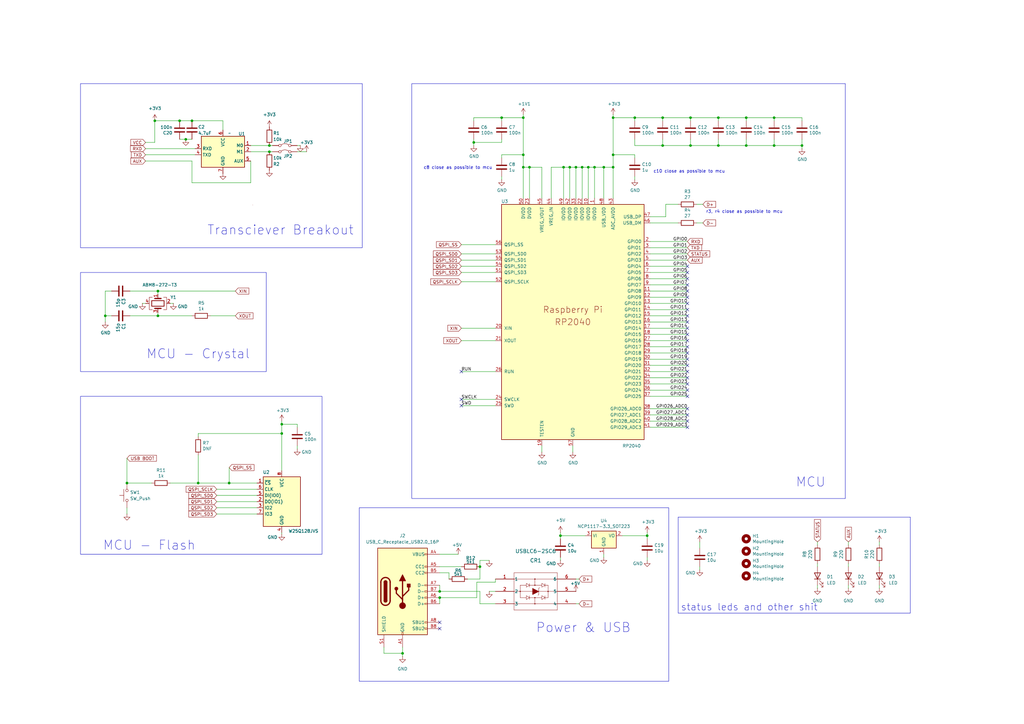
<source format=kicad_sch>
(kicad_sch (version 20250114) (generator "eeschema") (generator_version "9.0")
  (paper "A3")
  (title_block (title "RX Board") (date "2025-06-04") (rev "v1.0") (company "Ottawa Skybound") (comment 1 "Designed by Aryan Zafer"))
  (lib_symbols
    (symbol "Connector:USB_C_Receptacle_USB2.0_16P" (pin_names (offset 1.016))
      (property "Reference" "J" (at 0 22.225 0))
      (property "Value" "USB_C_Receptacle_USB2.0_16P" (at 0 19.685 0))
      (symbol "USB_C_Receptacle_USB2.0_16P_1_1"
        (pin passive line (at -7.62 -22.86 90) (length 5.08) (name "SHIELD") (number "S1"))
        (pin passive line (at 0 -22.86 90) (length 5.08) (name "GND") (number "A1"))
        (pin passive line (at 0 -22.86 90) (length 5.08) (hide yes) (name "GND") (number "A12"))
        (pin passive line (at 0 -22.86 90) (length 5.08) (hide yes) (name "GND") (number "B1"))
        (pin passive line (at 0 -22.86 90) (length 5.08) (hide yes) (name "GND") (number "B12"))
        (pin passive line (at 15.24 15.24 180) (length 5.08) (name "VBUS") (number "A4"))
        (pin passive line (at 15.24 15.24 180) (length 5.08) (hide yes) (name "VBUS") (number "A9"))
        (pin passive line (at 15.24 15.24 180) (length 5.08) (hide yes) (name "VBUS") (number "B4"))
        (pin passive line (at 15.24 15.24 180) (length 5.08) (hide yes) (name "VBUS") (number "B9"))
        (pin bidirectional line (at 15.24 10.16 180) (length 5.08) (name "CC1") (number "A5"))
        (pin bidirectional line (at 15.24 7.62 180) (length 5.08) (name "CC2") (number "B5"))
        (pin bidirectional line (at 15.24 2.54 180) (length 5.08) (name "D-") (number "A7"))
        (pin bidirectional line (at 15.24 0 180) (length 5.08) (name "D-") (number "B7"))
        (pin bidirectional line (at 15.24 -2.54 180) (length 5.08) (name "D+") (number "A6"))
        (pin bidirectional line (at 15.24 -5.08 180) (length 5.08) (name "D+") (number "B6"))
        (pin bidirectional line (at 15.24 -12.7 180) (length 5.08) (name "SBU1") (number "A8"))
        (pin bidirectional line (at 15.24 -15.24 180) (length 5.08) (name "SBU2") (number "B8"))
      )
    )
    (symbol "Device:C" (pin_numbers (hide yes)) (pin_names (offset 0.254))
      (property "Reference" "C" (at 0.635 2.54 0))
      (property "Value" "C" (at 0.635 -2.54 0))
      (symbol "C_1_1"
        (pin passive line (at 0 3.81 270) (length 2.794) (name "~") (number "1"))
        (pin passive line (at 0 -3.81 90) (length 2.794) (name "~") (number "2"))
      )
    )
    (symbol "Device:Crystal_GND24" (pin_names (offset 1.016) (hide yes))
      (property "Reference" "Y" (at 3.175 5.08 0))
      (property "Value" "Crystal_GND24" (at 3.175 3.175 0))
      (symbol "Crystal_GND24_1_1"
        (pin passive line (at -3.81 0 0) (length 1.27) (name "1") (number "1"))
        (pin passive line (at 0 5.08 270) (length 1.27) (name "2") (number "2"))
        (pin passive line (at 0 -5.08 90) (length 1.27) (name "4") (number "4"))
        (pin passive line (at 3.81 0 180) (length 1.27) (name "3") (number "3"))
      )
    )
    (symbol "Device:LED" (pin_numbers (hide yes)) (pin_names (offset 1.016) (hide yes))
      (property "Reference" "D" (at 0 2.54 0))
      (property "Value" "LED" (at 0 -2.54 0))
      (symbol "LED_1_1"
        (pin passive line (at -3.81 0 0) (length 2.54) (name "K") (number "1"))
        (pin passive line (at 3.81 0 180) (length 2.54) (name "A") (number "2"))
      )
    )
    (symbol "Device:R" (pin_numbers (hide yes)) (pin_names (offset 0))
      (property "Reference" "R" (at 2.032 0 90))
      (property "Value" "R" (at 0 0 90))
      (symbol "R_1_1"
        (pin passive line (at 0 3.81 270) (length 1.27) (name "~") (number "1"))
        (pin passive line (at 0 -3.81 90) (length 1.27) (name "~") (number "2"))
      )
    )
    (symbol "Jumper:Jumper_2_Bridged" (pin_numbers (hide yes)) (pin_names (offset 0) (hide yes))
      (property "Reference" "JP" (at 0 1.905 0))
      (property "Value" "Jumper_2_Bridged" (at 0 -2.54 0))
      (symbol "Jumper_2_Bridged_1_1"
        (pin passive line (at -5.08 0 0) (length 2.54) (name "A") (number "1"))
        (pin passive line (at 5.08 0 180) (length 2.54) (name "B") (number "2"))
      )
    )
    (symbol "MCU_RaspberryPi_RP2040:RP2040" (pin_names (offset 1.016))
      (property "Reference" "U" (at -29.21 49.53 0))
      (property "Value" "RP2040" (at 24.13 -49.53 0))
      (symbol "RP2040_0_0"
        (text "Raspberry Pi" (at 0 5.08 0) (effects (font (size 2.54 2.54))))
        (text "RP2040" (at 0 0 0) (effects (font (size 2.54 2.54))))
      )
      (symbol "RP2040_1_1"
        (pin bidirectional line (at -31.75 31.75 0) (length 2.54) (name "QSPI_SS") (number "56"))
        (pin bidirectional line (at -31.75 27.94 0) (length 2.54) (name "QSPI_SD0") (number "53"))
        (pin bidirectional line (at -31.75 25.4 0) (length 2.54) (name "QSPI_SD1") (number "55"))
        (pin bidirectional line (at -31.75 22.86 0) (length 2.54) (name "QSPI_SD2") (number "54"))
        (pin bidirectional line (at -31.75 20.32 0) (length 2.54) (name "QSPI_SD3") (number "51"))
        (pin output line (at -31.75 16.51 0) (length 2.54) (name "QSPI_SCLK") (number "52"))
        (pin input line (at -31.75 -2.54 0) (length 2.54) (name "XIN") (number "20"))
        (pin passive line (at -31.75 -7.62 0) (length 2.54) (name "XOUT") (number "21"))
        (pin input line (at -31.75 -20.32 0) (length 2.54) (name "RUN") (number "26"))
        (pin output line (at -31.75 -31.75 0) (length 2.54) (name "SWCLK") (number "24"))
        (pin bidirectional line (at -31.75 -34.29 0) (length 2.54) (name "SWD") (number "25"))
        (pin power_in line (at -20.32 50.8 270) (length 2.54) (name "DVDD") (number "50"))
        (pin power_in line (at -17.78 50.8 270) (length 2.54) (name "DVDD") (number "23"))
        (pin power_out line (at -12.7 50.8 270) (length 2.54) (name "VREG_VOUT") (number "45"))
        (pin passive line (at -12.7 -50.8 90) (length 2.54) (name "TESTEN") (number "19"))
        (pin power_in line (at -8.89 50.8 270) (length 2.54) (name "VREG_IN") (number "44"))
        (pin power_in line (at -3.81 50.8 270) (length 2.54) (name "IOVDD") (number "49"))
        (pin power_in line (at -1.27 50.8 270) (length 2.54) (name "IOVDD") (number "42"))
        (pin power_in line (at 0 -50.8 90) (length 2.54) (name "GND") (number "57"))
        (pin power_in line (at 1.27 50.8 270) (length 2.54) (name "IOVDD") (number "33"))
        (pin power_in line (at 3.81 50.8 270) (length 2.54) (name "IOVDD") (number "22"))
        (pin power_in line (at 6.35 50.8 270) (length 2.54) (name "IOVDD") (number "10"))
        (pin power_in line (at 8.89 50.8 270) (length 2.54) (name "IOVDD") (number "1"))
        (pin power_in line (at 12.7 50.8 270) (length 2.54) (name "USB_VDD") (number "48"))
        (pin power_in line (at 16.51 50.8 270) (length 2.54) (name "ADC_AVDD") (number "43"))
        (pin bidirectional line (at 31.75 43.18 180) (length 2.54) (name "USB_DP") (number "47"))
        (pin bidirectional line (at 31.75 40.64 180) (length 2.54) (name "USB_DM") (number "46"))
        (pin bidirectional line (at 31.75 33.02 180) (length 2.54) (name "GPIO0") (number "2"))
        (pin bidirectional line (at 31.75 30.48 180) (length 2.54) (name "GPIO1") (number "3"))
        (pin bidirectional line (at 31.75 27.94 180) (length 2.54) (name "GPIO2") (number "4"))
        (pin bidirectional line (at 31.75 25.4 180) (length 2.54) (name "GPIO3") (number "5"))
        (pin bidirectional line (at 31.75 22.86 180) (length 2.54) (name "GPIO4") (number "6"))
        (pin bidirectional line (at 31.75 20.32 180) (length 2.54) (name "GPIO5") (number "7"))
        (pin bidirectional line (at 31.75 17.78 180) (length 2.54) (name "GPIO6") (number "8"))
        (pin bidirectional line (at 31.75 15.24 180) (length 2.54) (name "GPIO7") (number "9"))
        (pin bidirectional line (at 31.75 12.7 180) (length 2.54) (name "GPIO8") (number "11"))
        (pin bidirectional line (at 31.75 10.16 180) (length 2.54) (name "GPIO9") (number "12"))
        (pin bidirectional line (at 31.75 7.62 180) (length 2.54) (name "GPIO10") (number "13"))
        (pin bidirectional line (at 31.75 5.08 180) (length 2.54) (name "GPIO11") (number "14"))
        (pin bidirectional line (at 31.75 2.54 180) (length 2.54) (name "GPIO12") (number "15"))
        (pin bidirectional line (at 31.75 0 180) (length 2.54) (name "GPIO13") (number "16"))
        (pin bidirectional line (at 31.75 -2.54 180) (length 2.54) (name "GPIO14") (number "17"))
        (pin bidirectional line (at 31.75 -5.08 180) (length 2.54) (name "GPIO15") (number "18"))
        (pin bidirectional line (at 31.75 -7.62 180) (length 2.54) (name "GPIO16") (number "27"))
        (pin bidirectional line (at 31.75 -10.16 180) (length 2.54) (name "GPIO17") (number "28"))
        (pin bidirectional line (at 31.75 -12.7 180) (length 2.54) (name "GPIO18") (number "29"))
        (pin bidirectional line (at 31.75 -15.24 180) (length 2.54) (name "GPIO19") (number "30"))
        (pin bidirectional line (at 31.75 -17.78 180) (length 2.54) (name "GPIO20") (number "31"))
        (pin bidirectional line (at 31.75 -20.32 180) (length 2.54) (name "GPIO21") (number "32"))
        (pin bidirectional line (at 31.75 -22.86 180) (length 2.54) (name "GPIO22") (number "34"))
        (pin bidirectional line (at 31.75 -25.4 180) (length 2.54) (name "GPIO23") (number "35"))
        (pin bidirectional line (at 31.75 -27.94 180) (length 2.54) (name "GPIO24") (number "36"))
        (pin bidirectional line (at 31.75 -30.48 180) (length 2.54) (name "GPIO25") (number "37"))
        (pin bidirectional line (at 31.75 -35.56 180) (length 2.54) (name "GPIO26_ADC0") (number "38"))
        (pin bidirectional line (at 31.75 -38.1 180) (length 2.54) (name "GPIO27_ADC1") (number "39"))
        (pin bidirectional line (at 31.75 -40.64 180) (length 2.54) (name "GPIO28_ADC2") (number "40"))
        (pin bidirectional line (at 31.75 -43.18 180) (length 2.54) (name "GPIO29_ADC3") (number "41"))
      )
    )
    (symbol "Mechanical:MountingHole" (pin_names (offset 1.016))
      (property "Reference" "H" (at 0 5.08 0))
      (property "Value" "MountingHole" (at 0 3.175 0))
    )
    (symbol "Memory_Flash:W25Q128JVS"
      (property "Reference" "U" (at -8.89 8.89 0))
      (property "Value" "W25Q128JVS" (at 7.62 8.89 0))
      (symbol "W25Q128JVS_1_1"
        (pin input line (at -10.16 7.62 0) (length 2.54) (name "~{CS}") (number "1"))
        (pin input line (at -10.16 5.08 0) (length 2.54) (name "CLK") (number "6"))
        (pin bidirectional line (at -10.16 2.54 0) (length 2.54) (name "DI(IO0)") (number "5"))
        (pin bidirectional line (at -10.16 0 0) (length 2.54) (name "DO(IO1)") (number "2"))
        (pin bidirectional line (at -10.16 -2.54 0) (length 2.54) (name "IO2") (number "3"))
        (pin bidirectional line (at -10.16 -5.08 0) (length 2.54) (name "IO3") (number "7"))
        (pin power_in line (at 0 12.7 270) (length 2.54) (name "VCC") (number "8"))
        (pin power_in line (at 0 -12.7 90) (length 2.54) (name "GND") (number "4"))
      )
    )
    (symbol "RF_Module:E220-900T22D"
      (property "Reference" "U" (at -9.398 7.366 0))
      (symbol "E220-900T22D_1_1"
        (pin input line (at -12.7 1.27 0) (length 2.54) (name "RXD") (number "3"))
        (pin output line (at -12.7 -1.27 0) (length 2.54) (name "TXD") (number "4"))
        (pin power_in line (at -1.27 8.89 270) (length 2.54) (name "VCC") (number "6"))
        (pin input line (at -1.27 -8.89 90) (length 2.54) (name "GND") (number "7"))
        (pin input line (at 10.16 2.54 180) (length 2.54) (name "M0") (number "1"))
        (pin input line (at 10.16 0 180) (length 2.54) (name "M1") (number "2"))
        (pin output line (at 10.16 -3.81 180) (length 2.54) (name "AUX") (number "5"))
      )
    )
    (symbol "Regulator_Linear:NCP1117-3.3_SOT223"
      (property "Reference" "U" (at -3.81 3.175 0))
      (property "Value" "NCP1117-3.3_SOT223" (at 0 3.175 0))
      (symbol "NCP1117-3.3_SOT223_1_1"
        (pin power_in line (at -7.62 0 0) (length 2.54) (name "VI") (number "3"))
        (pin power_in line (at 0 -7.62 90) (length 2.54) (name "GND") (number "1"))
        (pin power_out line (at 7.62 0 180) (length 2.54) (name "VO") (number "2"))
      )
    )
    (symbol "Switch:SW_Push" (pin_numbers (hide yes)) (pin_names (offset 1.016) (hide yes))
      (property "Reference" "SW" (at 1.27 2.54 0))
      (property "Value" "SW_Push" (at 0 -1.524 0))
      (symbol "SW_Push_0_1"
        (pin passive line (at -5.08 0 0) (length 2.54) (name "1") (number "1"))
        (pin passive line (at 5.08 0 180) (length 2.54) (name "2") (number "2"))
      )
    )
    (symbol "USBLC6_2SC6:USBLC6-2SC6" (pin_names (offset 0.254))
      (property "Reference" "CR" (at 16.51 7.62 0))
      (property "Value" "USBLC6-2SC6" (at 16.51 5.08 0))
      (symbol "USBLC6-2SC6_0_1"
        (pin unspecified line (at 0 0 0) (length 7.62) (name "1") (number "1"))
        (pin unspecified line (at 0 -5.08 0) (length 7.62) (name "2") (number "2"))
        (pin unspecified line (at 0 -10.16 0) (length 7.62) (name "3") (number "3"))
        (pin unspecified line (at 33.02 0 180) (length 7.62) (name "6") (number "6"))
        (pin unspecified line (at 33.02 -5.08 180) (length 7.62) (name "5") (number "5"))
        (pin unspecified line (at 33.02 -10.16 180) (length 7.62) (name "4") (number "4"))
      )
    )
    (symbol "power:+1V1" (power) (pin_names (offset 0))
      (property "Value" "+1V1" (at 0 3.556 0))
      (symbol "+1V1_1_1"
        (pin power_in line (at 0 0 90) (length 0) (hide yes) (name "+1V1") (number "1"))
      )
    )
    (symbol "power:+3V3" (power) (pin_numbers (hide yes)) (pin_names (offset 0) (hide yes))
      (property "Value" "+3V3" (at 0 3.556 0))
      (symbol "+3V3_1_1"
        (pin power_in line (at 0 0 90) (length 0) (name "~") (number "1"))
      )
    )
    (symbol "power:+5V" (power) (pin_numbers (hide yes)) (pin_names (offset 0) (hide yes))
      (property "Value" "+5V" (at 0 3.556 0))
      (symbol "+5V_1_1"
        (pin power_in line (at 0 0 90) (length 0) (name "~") (number "1"))
      )
    )
    (symbol "power:GND" (power) (pin_numbers (hide yes)) (pin_names (offset 0) (hide yes))
      (property "Value" "GND" (at 0 -3.81 0))
      (symbol "GND_1_1"
        (pin power_in line (at 0 0 270) (length 0) (name "~") (number "1"))
      )
    )
  )
  (rectangle (start 33.02 162.56) (end 132.08 227.33))
  (rectangle (start 278.13 212.09) (end 373.38 251.46))
  (rectangle (start 147.32 208.28) (end 274.32 279.4))
  (rectangle (start 33.02 34.29) (end 148.59 101.6))
  (rectangle (start 168.91 34.29) (end 346.71 204.47))
  (rectangle (start 33.02 111.76) (end 109.22 152.4))
  (text "MCU - Flash" (at 61.214 223.774 0) (effects (font (size 3.81 3.81))))
  (text "MCU" (at 332.486 197.866 0) (effects (font (size 3.81 3.81))))
  (text "MCU - Crystal" (at 81.28 145.288 0) (effects (font (size 3.81 3.81))))
  (text "status leds and other shit" (at 307.34 249.174 0) (effects (font (size 2.794 2.794))))
  (text "c8 close as possible to mcu" (at 173.736 69.596 0) (effects (font (size 1.27 1.27)) (justify left bottom)))
  (text "c10 close as possible to mcu" (at 267.97 71.12 0) (effects (font (size 1.27 1.27)) (justify left bottom)))
  (text "Power & USB" (at 239.268 257.556 0) (effects (font (size 3.81 3.81))))
  (text "r3, r4 close as possible to mcu" (at 289.56 87.63 0) (effects (font (size 1.27 1.27)) (justify left bottom)))
  (text "Transciever Breakout" (at 115.062 94.488 0) (effects (font (size 3.81 3.81))))
  (junction (at 294.64 59.69))
  (junction (at 196.85 232.41))
  (junction (at 251.46 68.58))
  (junction (at 328.93 59.69))
  (junction (at 265.43 219.71))
  (junction (at 251.46 48.26))
  (junction (at 110.49 62.23))
  (junction (at 283.21 48.26))
  (junction (at 180.34 245.11))
  (junction (at 110.49 59.69))
  (junction (at 93.98 198.12))
  (junction (at 214.63 68.58))
  (junction (at 241.3 68.58))
  (junction (at 180.34 242.57))
  (junction (at 115.57 177.8))
  (junction (at 306.07 48.26))
  (junction (at 317.5 48.26))
  (junction (at 52.07 198.12))
  (junction (at 229.87 219.71))
  (junction (at 78.74 49.53))
  (junction (at 236.22 68.58))
  (junction (at 231.14 68.58))
  (junction (at 194.31 58.42))
  (junction (at 260.35 48.26))
  (junction (at 317.5 59.69))
  (junction (at 165.1 267.97))
  (junction (at 73.66 49.53))
  (junction (at 43.18 129.54))
  (junction (at 64.77 119.38))
  (junction (at 214.63 63.5))
  (junction (at 306.07 59.69))
  (junction (at 63.5 49.53))
  (junction (at 251.46 63.5))
  (junction (at 76.2 57.15))
  (junction (at 81.28 198.12))
  (junction (at 271.78 59.69))
  (junction (at 214.63 48.26))
  (junction (at 217.17 68.58))
  (junction (at 115.57 173.99))
  (junction (at 205.74 48.26))
  (junction (at 233.68 68.58))
  (junction (at 294.64 48.26))
  (junction (at 64.77 129.54))
  (junction (at 283.21 59.69))
  (junction (at 243.84 68.58))
  (junction (at 271.78 48.26))
  (junction (at 238.76 68.58))
  (junction (at 247.65 68.58))
  (no_connect (at 180.34 257.81))
  (no_connect (at 281.94 114.3))
  (no_connect (at 281.94 170.18))
  (no_connect (at 281.94 172.72))
  (no_connect (at 281.94 149.86))
  (no_connect (at 281.94 167.64))
  (no_connect (at 281.94 154.94))
  (no_connect (at 281.94 111.76))
  (no_connect (at 281.94 119.38))
  (no_connect (at 281.94 160.02))
  (no_connect (at 281.94 139.7))
  (no_connect (at 281.94 127))
  (no_connect (at 281.94 137.16))
  (no_connect (at 281.94 147.32))
  (no_connect (at 281.94 157.48))
  (no_connect (at 281.94 162.56))
  (no_connect (at 281.94 144.78))
  (no_connect (at 281.94 124.46))
  (no_connect (at 189.23 166.37))
  (no_connect (at 281.94 142.24))
  (no_connect (at 180.34 255.27))
  (no_connect (at 281.94 116.84))
  (no_connect (at 189.23 152.4))
  (no_connect (at 189.23 163.83))
  (no_connect (at 281.94 129.54))
  (no_connect (at 281.94 109.22))
  (no_connect (at 281.94 132.08))
  (no_connect (at 281.94 175.26))
  (no_connect (at 281.94 152.4))
  (no_connect (at 281.94 134.62))
  (no_connect (at 281.94 121.92))
  (wire (pts (xy 288.29 83.82) (xy 285.75 83.82)))
  (wire (pts (xy 64.77 120.65) (xy 64.77 119.38)))
  (wire (pts (xy 266.7 106.68) (xy 281.94 106.68)))
  (wire (pts (xy 266.7 144.78) (xy 281.94 144.78)))
  (wire (pts (xy 189.23 111.76) (xy 203.2 111.76)))
  (wire (pts (xy 78.74 74.93) (xy 102.87 74.93)))
  (wire (pts (xy 63.5 49.53) (xy 73.66 49.53)))
  (wire (pts (xy 328.93 59.69) (xy 328.93 60.96)))
  (wire (pts (xy 194.31 49.53) (xy 194.31 48.26)))
  (wire (pts (xy 121.92 175.26) (xy 121.92 173.99)))
  (wire (pts (xy 266.7 109.22) (xy 281.94 109.22)))
  (wire (pts (xy 251.46 63.5) (xy 260.35 63.5)))
  (wire (pts (xy 247.65 68.58) (xy 251.46 68.58)))
  (wire (pts (xy 306.07 59.69) (xy 294.64 59.69)))
  (wire (pts (xy 236.22 237.49) (xy 237.49 237.49)))
  (wire (pts (xy 194.31 57.15) (xy 194.31 58.42)))
  (wire (pts (xy 88.9 200.66) (xy 105.41 200.66)))
  (wire (pts (xy 288.29 91.44) (xy 285.75 91.44)))
  (wire (pts (xy 81.28 186.69) (xy 81.28 198.12)))
  (wire (pts (xy 105.41 208.28) (xy 88.9 208.28)))
  (wire (pts (xy 196.85 242.57) (xy 196.85 247.65)))
  (wire (pts (xy 200.66 242.57) (xy 203.2 242.57)))
  (wire (pts (xy 243.84 68.58) (xy 247.65 68.58)))
  (wire (pts (xy 214.63 46.99) (xy 214.63 48.26)))
  (wire (pts (xy 105.41 203.2) (xy 88.9 203.2)))
  (wire (pts (xy 180.34 232.41) (xy 189.23 232.41)))
  (wire (pts (xy 251.46 48.26) (xy 251.46 63.5)))
  (wire (pts (xy 78.74 66.04) (xy 78.74 74.93)))
  (wire (pts (xy 43.18 129.54) (xy 43.18 132.08)))
  (wire (pts (xy 73.66 57.15) (xy 76.2 57.15)))
  (wire (pts (xy 251.46 46.99) (xy 251.46 48.26)))
  (wire (pts (xy 115.57 219.075) (xy 115.57 218.44)))
  (wire (pts (xy 233.68 81.28) (xy 233.68 68.58)))
  (wire (pts (xy 195.58 238.76) (xy 203.2 238.76)))
  (wire (pts (xy 266.7 160.02) (xy 281.94 160.02)))
  (wire (pts (xy 236.22 247.65) (xy 237.49 247.65)))
  (wire (pts (xy 196.85 232.41) (xy 196.85 237.49)))
  (wire (pts (xy 231.14 68.58) (xy 233.68 68.58)))
  (wire (pts (xy 265.43 219.71) (xy 265.43 218.44)))
  (wire (pts (xy 238.76 81.28) (xy 238.76 68.58)))
  (wire (pts (xy 238.76 68.58) (xy 241.3 68.58)))
  (wire (pts (xy 226.06 81.28) (xy 226.06 68.58)))
  (wire (pts (xy 335.28 241.3) (xy 335.28 240.03)))
  (wire (pts (xy 271.78 59.69) (xy 260.35 59.69)))
  (wire (pts (xy 243.84 68.58) (xy 243.84 81.28)))
  (wire (pts (xy 45.72 119.38) (xy 43.18 119.38)))
  (wire (pts (xy 191.77 237.49) (xy 196.85 237.49)))
  (wire (pts (xy 294.64 59.69) (xy 283.21 59.69)))
  (wire (pts (xy 195.58 245.11) (xy 195.58 238.76)))
  (wire (pts (xy 121.92 59.69) (xy 123.19 59.69)))
  (wire (pts (xy 266.7 157.48) (xy 281.94 157.48)))
  (wire (pts (xy 180.34 245.11) (xy 180.34 247.65)))
  (wire (pts (xy 187.96 227.33) (xy 180.34 227.33)))
  (wire (pts (xy 236.22 68.58) (xy 238.76 68.58)))
  (wire (pts (xy 222.25 81.28) (xy 222.25 68.58)))
  (wire (pts (xy 203.2 100.33) (xy 189.23 100.33)))
  (wire (pts (xy 214.63 48.26) (xy 214.63 63.5)))
  (wire (pts (xy 283.21 59.69) (xy 271.78 59.69)))
  (wire (pts (xy 266.7 167.64) (xy 281.94 167.64)))
  (wire (pts (xy 64.77 129.54) (xy 78.74 129.54)))
  (wire (pts (xy 69.85 124.46) (xy 71.12 124.46)))
  (wire (pts (xy 273.05 83.82) (xy 273.05 88.9)))
  (wire (pts (xy 266.7 170.18) (xy 281.94 170.18)))
  (wire (pts (xy 266.7 132.08) (xy 281.94 132.08)))
  (wire (pts (xy 251.46 48.26) (xy 260.35 48.26)))
  (wire (pts (xy 121.92 182.88) (xy 121.92 184.15)))
  (wire (pts (xy 110.49 62.23) (xy 111.76 62.23)))
  (wire (pts (xy 347.98 231.14) (xy 347.98 232.41)))
  (wire (pts (xy 43.18 119.38) (xy 43.18 129.54)))
  (wire (pts (xy 287.02 232.41) (xy 287.02 233.68)))
  (wire (pts (xy 194.31 48.26) (xy 205.74 48.26)))
  (wire (pts (xy 260.35 49.53) (xy 260.35 48.26)))
  (wire (pts (xy 266.7 129.54) (xy 281.94 129.54)))
  (wire (pts (xy 86.36 129.54) (xy 96.52 129.54)))
  (wire (pts (xy 189.23 109.22) (xy 203.2 109.22)))
  (wire (pts (xy 64.77 119.38) (xy 96.52 119.38)))
  (wire (pts (xy 236.22 81.28) (xy 236.22 68.58)))
  (wire (pts (xy 52.07 210.82) (xy 52.07 208.28)))
  (wire (pts (xy 317.5 57.15) (xy 317.5 59.69)))
  (wire (pts (xy 184.15 234.95) (xy 184.15 237.49)))
  (wire (pts (xy 214.63 68.58) (xy 214.63 81.28)))
  (wire (pts (xy 271.78 57.15) (xy 271.78 59.69)))
  (wire (pts (xy 194.31 58.42) (xy 205.74 58.42)))
  (wire (pts (xy 81.28 179.07) (xy 81.28 177.8)))
  (wire (pts (xy 294.64 57.15) (xy 294.64 59.69)))
  (wire (pts (xy 58.42 124.46) (xy 59.69 124.46)))
  (wire (pts (xy 81.28 198.12) (xy 93.98 198.12)))
  (wire (pts (xy 260.35 64.77) (xy 260.35 63.5)))
  (wire (pts (xy 110.49 59.69) (xy 111.76 59.69)))
  (wire (pts (xy 222.25 182.88) (xy 222.25 185.42)))
  (wire (pts (xy 78.74 49.53) (xy 91.44 49.53)))
  (wire (pts (xy 200.66 229.87) (xy 196.85 229.87)))
  (wire (pts (xy 266.7 127) (xy 281.94 127)))
  (wire (pts (xy 203.2 166.37) (xy 189.23 166.37)))
  (wire (pts (xy 241.3 68.58) (xy 243.84 68.58)))
  (wire (pts (xy 247.65 227.33) (xy 247.65 228.6)))
  (wire (pts (xy 76.2 57.15) (xy 78.74 57.15)))
  (wire (pts (xy 196.85 229.87) (xy 196.85 232.41)))
  (wire (pts (xy 203.2 152.4) (xy 189.23 152.4)))
  (wire (pts (xy 53.34 129.54) (xy 64.77 129.54)))
  (wire (pts (xy 266.7 124.46) (xy 281.94 124.46)))
  (wire (pts (xy 241.3 81.28) (xy 241.3 68.58)))
  (wire (pts (xy 214.63 63.5) (xy 214.63 68.58)))
  (wire (pts (xy 189.23 106.68) (xy 203.2 106.68)))
  (wire (pts (xy 64.77 128.27) (xy 64.77 129.54)))
  (wire (pts (xy 203.2 238.76) (xy 203.2 237.49)))
  (wire (pts (xy 229.87 220.98) (xy 229.87 219.71)))
  (wire (pts (xy 69.85 198.12) (xy 81.28 198.12)))
  (wire (pts (xy 165.1 269.24) (xy 165.1 267.97)))
  (wire (pts (xy 115.57 177.8) (xy 115.57 193.04)))
  (wire (pts (xy 251.46 68.58) (xy 251.46 81.28)))
  (wire (pts (xy 266.7 116.84) (xy 281.94 116.84)))
  (wire (pts (xy 115.57 173.99) (xy 115.57 177.8)))
  (wire (pts (xy 306.07 49.53) (xy 306.07 48.26)))
  (wire (pts (xy 306.07 57.15) (xy 306.07 59.69)))
  (wire (pts (xy 328.93 49.53) (xy 328.93 48.26)))
  (wire (pts (xy 180.34 242.57) (xy 196.85 242.57)))
  (wire (pts (xy 360.68 231.14) (xy 360.68 232.41)))
  (wire (pts (xy 180.34 245.11) (xy 195.58 245.11)))
  (wire (pts (xy 115.57 172.72) (xy 115.57 173.99)))
  (wire (pts (xy 265.43 228.6) (xy 265.43 229.87)))
  (wire (pts (xy 121.92 173.99) (xy 115.57 173.99)))
  (wire (pts (xy 266.7 134.62) (xy 281.94 134.62)))
  (wire (pts (xy 105.41 205.74) (xy 88.9 205.74)))
  (wire (pts (xy 266.7 149.86) (xy 281.94 149.86)))
  (wire (pts (xy 180.34 240.03) (xy 180.34 242.57)))
  (wire (pts (xy 59.69 60.96) (xy 80.01 60.96)))
  (wire (pts (xy 184.15 234.95) (xy 180.34 234.95)))
  (wire (pts (xy 73.66 49.53) (xy 78.74 49.53)))
  (wire (pts (xy 266.7 154.94) (xy 281.94 154.94)))
  (wire (pts (xy 157.48 265.43) (xy 157.48 267.97)))
  (wire (pts (xy 91.44 49.53) (xy 91.44 53.34)))
  (wire (pts (xy 205.74 63.5) (xy 214.63 63.5)))
  (wire (pts (xy 283.21 48.26) (xy 294.64 48.26)))
  (wire (pts (xy 335.28 231.14) (xy 335.28 232.41)))
  (wire (pts (xy 189.23 104.14) (xy 203.2 104.14)))
  (wire (pts (xy 317.5 49.53) (xy 317.5 48.26)))
  (wire (pts (xy 328.93 57.15) (xy 328.93 59.69)))
  (wire (pts (xy 165.1 265.43) (xy 165.1 267.97)))
  (wire (pts (xy 266.7 121.92) (xy 281.94 121.92)))
  (wire (pts (xy 266.7 147.32) (xy 281.94 147.32)))
  (wire (pts (xy 260.35 48.26) (xy 271.78 48.26)))
  (wire (pts (xy 105.41 210.82) (xy 88.9 210.82)))
  (wire (pts (xy 205.74 58.42) (xy 205.74 57.15)))
  (wire (pts (xy 347.98 241.3) (xy 347.98 240.03)))
  (wire (pts (xy 102.87 59.69) (xy 110.49 59.69)))
  (wire (pts (xy 59.69 66.04) (xy 78.74 66.04)))
  (wire (pts (xy 266.7 88.9) (xy 273.05 88.9)))
  (wire (pts (xy 234.95 182.88) (xy 234.95 185.42)))
  (wire (pts (xy 273.05 83.82) (xy 278.13 83.82)))
  (wire (pts (xy 93.98 191.77) (xy 93.98 198.12)))
  (wire (pts (xy 203.2 163.83) (xy 189.23 163.83)))
  (wire (pts (xy 266.7 175.26) (xy 281.94 175.26)))
  (wire (pts (xy 266.7 114.3) (xy 281.94 114.3)))
  (wire (pts (xy 205.74 49.53) (xy 205.74 48.26)))
  (wire (pts (xy 59.69 58.42) (xy 63.5 58.42)))
  (wire (pts (xy 283.21 57.15) (xy 283.21 59.69)))
  (wire (pts (xy 255.27 219.71) (xy 265.43 219.71)))
  (wire (pts (xy 203.2 139.7) (xy 189.23 139.7)))
  (wire (pts (xy 229.87 218.44) (xy 229.87 219.71)))
  (wire (pts (xy 205.74 48.26) (xy 214.63 48.26)))
  (wire (pts (xy 317.5 48.26) (xy 328.93 48.26)))
  (wire (pts (xy 266.7 111.76) (xy 281.94 111.76)))
  (wire (pts (xy 317.5 59.69) (xy 328.93 59.69)))
  (wire (pts (xy 317.5 59.69) (xy 306.07 59.69)))
  (wire (pts (xy 194.31 58.42) (xy 194.31 59.69)))
  (wire (pts (xy 222.25 68.58) (xy 217.17 68.58)))
  (wire (pts (xy 93.98 198.12) (xy 105.41 198.12)))
  (wire (pts (xy 294.64 48.26) (xy 306.07 48.26)))
  (wire (pts (xy 59.69 63.5) (xy 80.01 63.5)))
  (wire (pts (xy 217.17 81.28) (xy 217.17 68.58)))
  (wire (pts (xy 226.06 68.58) (xy 231.14 68.58)))
  (wire (pts (xy 196.85 247.65) (xy 203.2 247.65)))
  (wire (pts (xy 266.7 162.56) (xy 281.94 162.56)))
  (wire (pts (xy 347.98 223.52) (xy 347.98 222.25)))
  (wire (pts (xy 52.07 187.96) (xy 52.07 198.12)))
  (wire (pts (xy 233.68 68.58) (xy 236.22 68.58)))
  (wire (pts (xy 266.7 142.24) (xy 281.94 142.24)))
  (wire (pts (xy 63.5 58.42) (xy 63.5 49.53)))
  (wire (pts (xy 266.7 152.4) (xy 281.94 152.4)))
  (wire (pts (xy 205.74 72.39) (xy 205.74 73.66)))
  (wire (pts (xy 271.78 49.53) (xy 271.78 48.26)))
  (wire (pts (xy 306.07 48.26) (xy 317.5 48.26)))
  (wire (pts (xy 229.87 228.6) (xy 229.87 229.87)))
  (wire (pts (xy 217.17 68.58) (xy 214.63 68.58)))
  (wire (pts (xy 265.43 220.98) (xy 265.43 219.71)))
  (wire (pts (xy 266.7 137.16) (xy 281.94 137.16)))
  (wire (pts (xy 266.7 139.7) (xy 281.94 139.7)))
  (wire (pts (xy 260.35 72.39) (xy 260.35 73.66)))
  (wire (pts (xy 266.7 119.38) (xy 281.94 119.38)))
  (wire (pts (xy 102.87 62.23) (xy 110.49 62.23)))
  (wire (pts (xy 360.68 223.52) (xy 360.68 222.25)))
  (wire (pts (xy 283.21 49.53) (xy 283.21 48.26)))
  (wire (pts (xy 247.65 81.28) (xy 247.65 68.58)))
  (wire (pts (xy 294.64 49.53) (xy 294.64 48.26)))
  (wire (pts (xy 360.68 241.3) (xy 360.68 240.03)))
  (wire (pts (xy 266.7 91.44) (xy 278.13 91.44)))
  (wire (pts (xy 287.02 222.25) (xy 287.02 224.79)))
  (wire (pts (xy 189.23 134.62) (xy 203.2 134.62)))
  (wire (pts (xy 121.92 62.23) (xy 125.73 62.23)))
  (wire (pts (xy 45.72 129.54) (xy 43.18 129.54)))
  (wire (pts (xy 53.34 119.38) (xy 64.77 119.38)))
  (wire (pts (xy 251.46 63.5) (xy 251.46 68.58)))
  (wire (pts (xy 157.48 267.97) (xy 165.1 267.97)))
  (wire (pts (xy 205.74 64.77) (xy 205.74 63.5)))
  (wire (pts (xy 266.7 99.06) (xy 281.94 99.06)))
  (wire (pts (xy 271.78 48.26) (xy 283.21 48.26)))
  (wire (pts (xy 240.03 219.71) (xy 229.87 219.71)))
  (wire (pts (xy 335.28 223.52) (xy 335.28 222.25)))
  (wire (pts (xy 266.7 101.6) (xy 281.94 101.6)))
  (wire (pts (xy 266.7 104.14) (xy 281.94 104.14)))
  (wire (pts (xy 266.7 172.72) (xy 281.94 172.72)))
  (wire (pts (xy 81.28 177.8) (xy 115.57 177.8)))
  (wire (pts (xy 102.87 74.93) (xy 102.87 66.04)))
  (wire (pts (xy 62.23 198.12) (xy 52.07 198.12)))
  (wire (pts (xy 231.14 81.28) (xy 231.14 68.58)))
  (wire (pts (xy 203.2 115.57) (xy 189.23 115.57)))
  (wire (pts (xy 260.35 57.15) (xy 260.35 59.69)))
  (label "GPIO19" (at 281.94 147.32 180))
  (label "GPIO28_ADC2" (at 281.94 172.72 180))
  (label "GPIO12" (at 281.94 129.54 180))
  (label "GPIO4" (at 281.94 109.22 180))
  (label "RUN" (at 189.23 152.4 0))
  (label "GPIO1" (at 281.94 101.6 180))
  (label "GPIO14" (at 281.94 134.62 180))
  (label "GPIO25" (at 281.94 162.56 180))
  (label "GPIO6" (at 281.94 114.3 180))
  (label "GPIO18" (at 281.94 144.78 180))
  (label "SWCLK" (at 189.23 163.83 0))
  (label "GPIO5" (at 281.94 111.76 180))
  (label "GPIO15" (at 281.94 137.16 180))
  (label "GPIO27_ADC1" (at 281.94 170.18 180))
  (label "GPIO0" (at 281.94 99.06 180))
  (label "GPIO21" (at 281.94 152.4 180))
  (label "GPIO13" (at 281.94 132.08 180))
  (label "SWD" (at 189.23 166.37 0))
  (label "GPIO24" (at 281.94 160.02 180))
  (label "GPIO20" (at 281.94 149.86 180))
  (label "GPIO22" (at 281.94 154.94 180))
  (label "GPIO11" (at 281.94 127 180))
  (label "GPIO3" (at 281.94 106.68 180))
  (label "GPIO7" (at 281.94 116.84 180))
  (label "GPIO23" (at 281.94 157.48 180))
  (label "GPIO26_ADC0" (at 281.94 167.64 180))
  (label "GPIO8" (at 281.94 119.38 180))
  (label "GPIO2" (at 281.94 104.14 180))
  (label "GPIO29_ADC3" (at 281.94 175.26 180))
  (label "GPIO16" (at 281.94 139.7 180))
  (label "GPIO9" (at 281.94 121.92 180))
  (label "GPIO17" (at 281.94 142.24 180))
  (label "GPIO10" (at 281.94 124.46 180))
  (global_label "QSPI_SS" (shape input) (at 189.23 100.33 180) (property "Intersheetrefs" "${INTERSHEET_REFS}" (effects (hide yes))))
  (global_label "QSPI_SD0" (shape input) (at 189.23 104.14 180) (property "Intersheetrefs" "${INTERSHEET_REFS}" (effects (hide yes))))
  (global_label "D+" (shape input) (at 288.29 83.82 0) (property "Intersheetrefs" "${INTERSHEET_REFS}" (effects (hide yes))))
  (global_label "D-" (shape input) (at 237.49 247.65 0) (property "Intersheetrefs" "${INTERSHEET_REFS}" (effects (hide yes))))
  (global_label "VCC" (shape input) (at 59.69 58.42 180) (property "Intersheetrefs" "${INTERSHEET_REFS}" (effects (hide yes))))
  (global_label "QSPI_SCLK" (shape input) (at 189.23 115.57 180) (property "Intersheetrefs" "${INTERSHEET_REFS}" (effects (hide yes))))
  (global_label "XIN" (shape input) (at 189.23 134.62 180) (property "Intersheetrefs" "${INTERSHEET_REFS}" (effects (hide yes))))
  (global_label "QSPI_SD2" (shape input) (at 88.9 208.28 180) (property "Intersheetrefs" "${INTERSHEET_REFS}" (effects (hide yes))))
  (global_label "TXD" (shape input) (at 59.69 63.5 180) (property "Intersheetrefs" "${INTERSHEET_REFS}" (effects (hide yes))))
  (global_label "QSPI_SS" (shape input) (at 93.98 191.77 0) (property "Intersheetrefs" "${INTERSHEET_REFS}" (effects (hide yes))))
  (global_label "QSPI_SD1" (shape input) (at 88.9 205.74 180) (property "Intersheetrefs" "${INTERSHEET_REFS}" (effects (hide yes))))
  (global_label "D-" (shape input) (at 288.29 91.44 0) (property "Intersheetrefs" "${INTERSHEET_REFS}" (effects (hide yes))))
  (global_label "QSPI_SD0" (shape input) (at 88.9 203.2 180) (property "Intersheetrefs" "${INTERSHEET_REFS}" (effects (hide yes))))
  (global_label "STATUS" (shape input) (at 281.94 104.14 0) (property "Intersheetrefs" "${INTERSHEET_REFS}" (effects (hide yes))))
  (global_label "RXD" (shape input) (at 281.94 99.06 0) (property "Intersheetrefs" "${INTERSHEET_REFS}" (effects (hide yes))))
  (global_label "QSPI_SCLK" (shape input) (at 88.9 200.66 180) (property "Intersheetrefs" "${INTERSHEET_REFS}" (effects (hide yes))))
  (global_label "AUX" (shape input) (at 59.69 66.04 180) (property "Intersheetrefs" "${INTERSHEET_REFS}" (effects (hide yes))))
  (global_label "QSPI_SD1" (shape input) (at 189.23 106.68 180) (property "Intersheetrefs" "${INTERSHEET_REFS}" (effects (hide yes))))
  (global_label "RXD" (shape input) (at 59.69 60.96 180) (property "Intersheetrefs" "${INTERSHEET_REFS}" (effects (hide yes))))
  (global_label "XOUT" (shape input) (at 96.52 129.54 0) (property "Intersheetrefs" "${INTERSHEET_REFS}" (effects (hide yes))))
  (global_label "XOUT" (shape input) (at 189.23 139.7 180) (property "Intersheetrefs" "${INTERSHEET_REFS}" (effects (hide yes))))
  (global_label "AUX" (shape input) (at 347.98 222.25 90) (property "Intersheetrefs" "${INTERSHEET_REFS}" (effects (hide yes))))
  (global_label "QSPI_SD2" (shape input) (at 189.23 109.22 180) (property "Intersheetrefs" "${INTERSHEET_REFS}" (effects (hide yes))))
  (global_label "XIN" (shape input) (at 96.52 119.38 0) (property "Intersheetrefs" "${INTERSHEET_REFS}" (effects (hide yes))))
  (global_label "AUX" (shape input) (at 281.94 106.68 0) (property "Intersheetrefs" "${INTERSHEET_REFS}" (effects (hide yes))))
  (global_label "STATUS" (shape input) (at 335.28 222.25 90) (property "Intersheetrefs" "${INTERSHEET_REFS}" (effects (hide yes))))
  (global_label "USB BOOT" (shape input) (at 52.07 187.96 0) (property "Intersheetrefs" "${INTERSHEET_REFS}" (effects (hide yes))))
  (global_label "QSPI_SD3" (shape input) (at 88.9 210.82 180) (property "Intersheetrefs" "${INTERSHEET_REFS}" (effects (hide yes))))
  (global_label "QSPI_SD3" (shape input) (at 189.23 111.76 180) (property "Intersheetrefs" "${INTERSHEET_REFS}" (effects (hide yes))))
  (global_label "TXD" (shape input) (at 281.94 101.6 0) (property "Intersheetrefs" "${INTERSHEET_REFS}" (effects (hide yes))))
  (global_label "D+" (shape input) (at 237.49 237.49 0) (property "Intersheetrefs" "${INTERSHEET_REFS}" (effects (hide yes))))
  (symbol (lib_id "MCU_RaspberryPi_RP2040:RP2040") (at 234.95 132.08 0) (unit 1)
    (property "Reference" "U3" (at 207.01 82.55 0))
    (property "Value" "RP2040" (at 259.08 182.88 0))
    (property "Footprint" "ottsky-rx:RP2040-QFN-56" (effects (hide yes)))
    (property "Datasheet" "https://datasheets.raspberrypi.com/rp2040/rp2040-datasheet.pdf" (effects (hide yes)))
    (property "MPN" "SC0914(13)" (effects (hide yes)))
  )
  (symbol (lib_id "Memory_Flash:W25Q128JVS") (at 115.57 205.74 0) (unit 1)
    (property "Reference" "U2" (at 109.22 193.675 0))
    (property "Value" "W25Q128JVS" (at 124.46 217.805 0))
    (property "Footprint" "ottsky-rx:SOIC-8_5.23x5.23mm_P1.27mm" (effects (hide yes)))
    (property "Datasheet" "http://www.winbond.com/resource-files/w25q128jv_dtr%20revc%2003272018%20plus.pdf" (effects (hide yes)))
    (property "MPN" "W25Q128JVSIM TR" (effects (hide yes)))
  )
  (symbol (lib_id "power:GND") (at 121.92 184.15 0) (unit 1)
    (property "Reference" "#PWR011" (effects (hide yes)))
    (property "Value" "GND" (at 125.73 185.42 0))
  )
  (symbol (lib_id "power:GND") (at 234.95 185.42 0) (unit 1)
    (property "Reference" "#PWR016" (effects (hide yes)))
    (property "Value" "GND" (at 235.077 189.8142 0))
  )
  (symbol (lib_id "power:GND") (at 222.25 185.42 0) (unit 1)
    (property "Reference" "#PWR015" (effects (hide yes)))
    (property "Value" "GND" (at 222.377 189.8142 0))
  )
  (symbol (lib_id "Device:R") (at 281.94 83.82 270) (unit 1)
    (property "Reference" "R3" (at 281.94 78.5622 90))
    (property "Value" "27" (at 281.94 80.8736 90))
    (property "Footprint" "Resistor_SMD:R_0402_1005Metric" (effects (hide yes)))
    (property "Datasheet" "https://www.yageo.com/upload/media/product/products/datasheet/rchip/PYu-RC_Group_51_RoHS_L_12.pdf" (effects (hide yes)))
    (property "MPN" "RC0402FR-7W27RL" (effects (hide yes)))
  )
  (symbol (lib_id "power:+3V3") (at 251.46 46.99 0) (unit 1)
    (property "Reference" "#PWR017" (effects (hide yes)))
    (property "Value" "+3V3" (at 251.841 42.5958 0))
  )
  (symbol (lib_id "power:+1V1") (at 214.63 46.99 0) (unit 1)
    (property "Reference" "#PWR014" (effects (hide yes)))
    (property "Value" "+1V1" (at 215.011 42.5958 0))
  )
  (symbol (lib_id "Device:C") (at 260.35 53.34 0) (unit 1)
    (property "Reference" "C9" (at 263.271 52.1716 0) (effects (justify left)))
    (property "Value" "100n" (at 263.271 54.483 0) (effects (justify left)))
    (property "Footprint" "Capacitor_SMD:C_0402_1005Metric" (effects (hide yes)))
    (property "Datasheet" "https://search.murata.co.jp/Ceramy/image/img/A01X/G101/ENG/GRM152R61A104KE19-01.pdf" (effects (hide yes)))
    (property "MPN" "GRM152R61A104KE19D" (effects (hide yes)))
  )
  (symbol (lib_id "Device:C") (at 205.74 68.58 0) (unit 1)
    (property "Reference" "C8" (at 208.661 67.4116 0) (effects (justify left)))
    (property "Value" "1u" (at 208.661 69.723 0) (effects (justify left)))
    (property "Footprint" "Capacitor_SMD:C_0402_1005Metric" (effects (hide yes)))
    (property "Datasheet" "https://search.murata.co.jp/Ceramy/image/img/A01X/G101/ENG/GRM31CR71E105KA01-01.pdf" (effects (hide yes)))
    (property "MPN" "GRM152R60J105ME15D" (effects (hide yes)))
  )
  (symbol (lib_id "Mechanical:MountingHole") (at 306.07 220.98 0) (unit 1)
    (property "Reference" "H1" (at 308.61 219.8116 0) (effects (justify left)))
    (property "Value" "MountingHole" (at 308.61 222.123 0) (effects (justify left)))
    (property "Footprint" "MountingHole:MountingHole_2.7mm_M2.5" (effects (hide yes)))
  )
  (symbol (lib_id "Mechanical:MountingHole") (at 306.07 226.06 0) (unit 1)
    (property "Reference" "H2" (at 308.61 224.8916 0) (effects (justify left)))
    (property "Value" "MountingHole" (at 308.61 227.203 0) (effects (justify left)))
    (property "Footprint" "MountingHole:MountingHole_2.7mm_M2.5" (effects (hide yes)))
  )
  (symbol (lib_id "Mechanical:MountingHole") (at 306.07 231.14 0) (unit 1)
    (property "Reference" "H3" (at 308.61 229.9716 0) (effects (justify left)))
    (property "Value" "MountingHole" (at 308.61 232.283 0) (effects (justify left)))
    (property "Footprint" "MountingHole:MountingHole_2.7mm_M2.5" (effects (hide yes)))
  )
  (symbol (lib_id "Mechanical:MountingHole") (at 306.07 236.22 0) (unit 1)
    (property "Reference" "H4" (at 308.61 235.0516 0) (effects (justify left)))
    (property "Value" "MountingHole" (at 308.61 237.363 0) (effects (justify left)))
    (property "Footprint" "MountingHole:MountingHole_2.7mm_M2.5" (effects (hide yes)))
  )
  (symbol (lib_id "power:GND") (at 328.93 60.96 0) (unit 1)
    (property "Reference" "#PWR023" (effects (hide yes)))
    (property "Value" "GND" (at 329.057 65.3542 0))
  )
  (symbol (lib_id "power:GND") (at 194.31 59.69 0) (unit 1)
    (property "Reference" "#PWR012" (effects (hide yes)))
    (property "Value" "GND" (at 194.437 64.0842 0))
  )
  (symbol (lib_id "power:GND") (at 205.74 73.66 0) (unit 1)
    (property "Reference" "#PWR013" (effects (hide yes)))
    (property "Value" "GND" (at 205.867 78.0542 0))
  )
  (symbol (lib_id "power:GND") (at 260.35 73.66 0) (unit 1)
    (property "Reference" "#PWR018" (effects (hide yes)))
    (property "Value" "GND" (at 260.477 78.0542 0))
  )
  (symbol (lib_id "Device:R") (at 82.55 129.54 270) (unit 1)
    (property "Reference" "R5" (at 82.55 124.2822 90))
    (property "Value" "1k" (at 82.55 126.5936 90))
    (property "Footprint" "Resistor_SMD:R_0805_2012Metric" (effects (hide yes)))
    (property "Datasheet" "https://www.yageo.com/upload/media/product/products/datasheet/rchip/PYu-RC_Group_51_RoHS_L_12.pdf" (effects (hide yes)))
    (property "MPN" "RC0805JR-071KL" (effects (hide yes)))
  )
  (symbol (lib_id "power:GND") (at 200.66 242.57 0) (unit 1)
    (property "Reference" "#PWR036" (effects (hide yes)))
    (property "Value" "GND" (effects (hide yes)))
    (property "Description" "Power symbol creates a global label with name \"GND\" , ground" (effects (hide yes)))
  )
  (symbol (lib_id "Device:C") (at 121.92 179.07 0) (unit 1)
    (property "Reference" "C5" (at 124.841 177.9016 0) (effects (justify left)))
    (property "Value" "100n" (at 124.841 180.213 0) (effects (justify left)))
    (property "Footprint" "Capacitor_SMD:C_0402_1005Metric" (effects (hide yes)))
    (property "Datasheet" "https://search.murata.co.jp/Ceramy/image/img/A01X/G101/ENG/GRM152R61A104KE19-01.pdf" (effects (hide yes)))
    (property "MPN" "GRM152R61A104KE19D" (effects (hide yes)))
  )
  (symbol (lib_id "Device:C") (at 328.93 53.34 0) (unit 1)
    (property "Reference" "C16" (at 331.851 52.1716 0) (effects (justify left)))
    (property "Value" "100n" (at 331.851 54.483 0) (effects (justify left)))
    (property "Footprint" "Capacitor_SMD:C_0402_1005Metric" (effects (hide yes)))
    (property "Datasheet" "https://search.murata.co.jp/Ceramy/image/img/A01X/G101/ENG/GRM152R61A104KE19-01.pdf" (effects (hide yes)))
    (property "MPN" "GRM152R61A104KE19D" (effects (hide yes)))
  )
  (symbol (lib_id "Device:C") (at 317.5 53.34 0) (unit 1)
    (property "Reference" "C15" (at 320.421 52.1716 0) (effects (justify left)))
    (property "Value" "100n" (at 320.421 54.483 0) (effects (justify left)))
    (property "Footprint" "Capacitor_SMD:C_0402_1005Metric" (effects (hide yes)))
    (property "Datasheet" "https://search.murata.co.jp/Ceramy/image/img/A01X/G101/ENG/GRM152R61A104KE19-01.pdf" (effects (hide yes)))
    (property "MPN" "GRM152R61A104KE19D" (effects (hide yes)))
  )
  (symbol (lib_id "Device:C") (at 229.87 224.79 0) (unit 1)
    (property "Reference" "C4" (at 232.791 223.6216 0) (effects (justify left)))
    (property "Value" "10u" (at 232.791 225.933 0) (effects (justify left)))
    (property "Footprint" "Capacitor_SMD:C_1210_3225Metric" (effects (hide yes)))
    (property "Datasheet" "https://calchip.com/wp-content/uploads/2025/05/GMC-Series-3.pdf" (effects (hide yes)))
    (property "MPN" "GMC32X5R106K50NT" (effects (hide yes)))
  )
  (symbol (lib_id "RF_Module:E220-900T22D") (at 92.71 62.23 0) (unit 1)
    (property "Reference" "U1" (at 97.79 54.864 0) (effects (justify left)))
    (property "Value" "~" (at 93.5833 54.61 0) (effects (justify left)))
    (property "Footprint" "ottsky-rx:EBYTE-E220-900T22D" (effects (hide yes)))
  )
  (symbol (lib_id "power:GND") (at 347.98 241.3 0) (unit 1)
    (property "Reference" "#PWR031" (effects (hide yes)))
    (property "Value" "GND" (at 347.98 246.38 0))
    (property "Description" "Power symbol creates a global label with name \"GND\" , ground" (effects (hide yes)))
  )
  (symbol (lib_id "power:+5V") (at 229.87 218.44 0) (unit 1)
    (property "Reference" "#PWR034" (effects (hide yes)))
    (property "Value" "+5V" (at 229.87 213.36 0))
    (property "Description" "Power symbol creates a global label with name \"+5V\"" (effects (hide yes)))
  )
  (symbol (lib_id "power:GND") (at 76.2 57.15 0) (unit 1)
    (property "Reference" "#PWR03" (effects (hide yes)))
    (property "Value" "GND" (effects (hide yes)))
    (property "Description" "Power symbol creates a global label with name \"GND\" , ground" (effects (hide yes)))
  )
  (symbol (lib_id "power:GND") (at 52.07 210.82 0) (unit 1)
    (property "Reference" "#PWR010" (effects (hide yes)))
    (property "Value" "GND" (effects (hide yes)))
    (property "Description" "Power symbol creates a global label with name \"GND\" , ground" (effects (hide yes)))
  )
  (symbol (lib_id "power:+5V") (at 187.96 227.33 0) (unit 1)
    (property "Reference" "#PWR037" (effects (hide yes)))
    (property "Value" "+5V" (at 187.452 223.52 0))
    (property "Description" "Power symbol creates a global label with name \"+5V\"" (effects (hide yes)))
  )
  (symbol (lib_id "Device:LED") (at 347.98 236.22 90) (unit 1)
    (property "Reference" "D2" (at 351.79 236.5374 90) (effects (justify right)))
    (property "Value" "LED" (at 351.79 239.0774 90) (effects (justify right)))
    (property "Footprint" "LED_SMD:LED_0603_1608Metric" (effects (hide yes)))
    (property "Datasheet" "https://www.yageo.com/upload/media/product/products/datasheet/rchip/PYu-RC_Group_51_RoHS_L_12.pdf" (effects (hide yes)))
    (property "Description" "Light emitting diode" (effects (hide yes)))
    (property "Sim.Pins" "1=K 2=A" (effects (hide yes)))
    (property "MPN" "RC0603FR-075K1L" (effects (hide yes)))
  )
  (symbol (lib_id "power:+3V3") (at 63.5 49.53 0) (unit 1)
    (property "Reference" "#PWR02" (effects (hide yes)))
    (property "Value" "+3V3" (at 63.5 44.45 0))
    (property "Description" "Power symbol creates a global label with name \"+3V3\"" (effects (hide yes)))
  )
  (symbol (lib_id "Regulator_Linear:NCP1117-3.3_SOT223") (at 247.65 219.71 0) (unit 1)
    (property "Reference" "U4" (at 247.65 213.5632 0))
    (property "Value" "NCP1117-3.3_SOT223" (at 247.65 215.8746 0))
    (property "Footprint" "Package_TO_SOT_SMD:SOT-223-3_TabPin2" (effects (hide yes)))
    (property "Datasheet" "https://www.onsemi.com/pdf/datasheet/ncp1117lp-d.pdf" (effects (hide yes)))
    (property "MPN" "NCP1117LPST33T3G" (effects (hide yes)))
  )
  (symbol (lib_id "Device:Crystal_GND24") (at 64.77 124.46 270) (unit 1)
    (property "Reference" "Y1" (at 69.85 121.92 90) (effects (justify left)))
    (property "Value" "ABM8-272-T3" (at 58.42 116.84 90) (effects (justify left)))
    (property "Footprint" "Crystal:Crystal_SMD_3225-4Pin_3.2x2.5mm" (effects (hide yes)))
    (property "Datasheet" "https://mm.digikey.com/Volume0/opasdata/d220001/medias/docus/6536/ABM8_Datasheet.pdf" (effects (hide yes)))
    (property "MPN" "ABM8-272-T3" (effects (hide yes)))
  )
  (symbol (lib_id "Device:R") (at 335.28 227.33 0) (unit 1)
    (property "Reference" "R8" (at 330.0222 227.33 90))
    (property "Value" "220" (at 332.3336 227.33 90))
    (property "Footprint" "Resistor_SMD:R_1206_3216Metric" (effects (hide yes)))
    (property "Datasheet" "https://www.yageo.com/upload/media/product/products/datasheet/rchip/PYu-RC_Group_51_RoHS_L_12.pdf" (effects (hide yes)))
    (property "MPN" "RC1206JR-10220RL" (effects (hide yes)))
  )
  (symbol (lib_id "power:+5V") (at 236.22 242.57 0) (unit 1)
    (property "Reference" "#PWR038" (effects (hide yes)))
    (property "Value" "+5V" (at 235.966 239.268 0))
    (property "Description" "Power symbol creates a global label with name \"+5V\"" (effects (hide yes)))
  )
  (symbol (lib_id "Device:C") (at 294.64 53.34 0) (unit 1)
    (property "Reference" "C13" (at 297.561 52.1716 0) (effects (justify left)))
    (property "Value" "100n" (at 297.561 54.483 0) (effects (justify left)))
    (property "Footprint" "Capacitor_SMD:C_0402_1005Metric" (effects (hide yes)))
    (property "Datasheet" "https://search.murata.co.jp/Ceramy/image/img/A01X/G101/ENG/GRM152R61A104KE19-01.pdf" (effects (hide yes)))
    (property "MPN" "GRM152R61A104KE19D" (effects (hide yes)))
  )
  (symbol (lib_id "Device:C") (at 78.74 53.34 0) (mirror y) (unit 1)
    (property "Reference" "C2" (at 81.28 52.07 0) (effects (justify right)))
    (property "Value" "4.7uF" (at 81.28 54.61 0) (effects (justify right)))
    (property "Footprint" "Capacitor_SMD:C_0402_1005Metric" (effects (hide yes)))
    (property "Datasheet" "https://search.murata.co.jp/Ceramy/image/img/A01X/G101/ENG/GRM155R60J475ME47-01.pdf" (effects (hide yes)))
    (property "Description" "Unpolarized capacitor" (effects (hide yes)))
    (property "MPN" "GRM155R60J475ME47D" (effects (hide yes)))
  )
  (symbol (lib_id "power:GND") (at 115.57 219.075 0) (unit 1)
    (property "Reference" "#PWR019" (effects (hide yes)))
    (property "Value" "GND" (at 111.76 220.345 0))
  )
  (symbol (lib_id "USBLC6_2SC6:USBLC6-2SC6") (at 203.2 237.49 0) (unit 1)
    (property "Reference" "CR1" (at 219.71 229.87 0) (effects (font (size 1.524 1.524))))
    (property "Value" "USBLC6-2SC6" (at 219.71 226.06 0) (effects (font (size 1.524 1.524))))
    (property "Footprint" "ottsky-rx:SOT23-6L_STM" (effects (hide yes)))
    (property "Datasheet" "https://mm.digikey.com/Volume0/opasdata/d220001/medias/docus/5338/USBLC6-2SC6.pdf" (effects (hide yes)))
    (property "MPN" "USBLC6-2SC6" (effects (hide yes)))
  )
  (symbol (lib_id "Connector:USB_C_Receptacle_USB2.0_16P") (at 165.1 242.57 0) (unit 1)
    (property "Reference" "J2" (at 165.1 219.71 0))
    (property "Value" "USB_C_Receptacle_USB2.0_16P" (at 165.1 222.25 0))
    (property "Footprint" "Connector_USB:USB_C_Receptacle_GCT_USB4105-xx-A_16P_TopMnt_Horizontal" (effects (hide yes)))
    (property "Datasheet" "https://www.usb.org/sites/default/files/documents/usb_type-c.zip" (effects (hide yes)))
    (property "MPN" "USB4105-GF-A-120" (effects (hide yes)))
  )
  (symbol (lib_id "power:+3V3") (at 115.57 172.72 0) (unit 1)
    (property "Reference" "#PWR0101" (effects (hide yes)))
    (property "Value" "+3V3" (at 115.951 168.3258 0))
  )
  (symbol (lib_id "Device:LED") (at 360.68 236.22 90) (unit 1)
    (property "Reference" "D3" (at 364.49 236.5374 90) (effects (justify right)))
    (property "Value" "LED" (at 364.49 239.0774 90) (effects (justify right)))
    (property "Footprint" "LED_SMD:LED_0603_1608Metric" (effects (hide yes)))
    (property "Datasheet" "https://www.yageo.com/upload/media/product/products/datasheet/rchip/PYu-RC_Group_51_RoHS_L_12.pdf" (effects (hide yes)))
    (property "Description" "Light emitting diode" (effects (hide yes)))
    (property "Sim.Pins" "1=K 2=A" (effects (hide yes)))
    (property "MPN" "RC0603FR-075K1L" (effects (hide yes)))
  )
  (symbol (lib_id "power:GND") (at 71.12 124.46 0) (unit 1)
    (property "Reference" "#PWR09" (effects (hide yes)))
    (property "Value" "GND" (at 74.93 125.73 0))
  )
  (symbol (lib_id "power:+3V3") (at 287.02 222.25 0) (unit 1)
    (property "Reference" "#PWR028" (effects (hide yes)))
    (property "Value" "+3V3" (at 287.401 217.8558 0))
  )
  (symbol (lib_id "power:GND") (at 247.65 228.6 0) (unit 1)
    (property "Reference" "#PWR024" (effects (hide yes)))
    (property "Value" "GND" (at 243.84 229.87 0))
  )
  (symbol (lib_id "Jumper:Jumper_2_Bridged") (at 116.84 59.69 0) (unit 1)
    (property "Reference" "JP1" (at 118.11 57.912 0))
    (property "Value" "Jumper_2_Bridged" (effects (hide yes)))
    (property "Footprint" "Jumper:SolderJumper-2_P1.3mm_Open_RoundedPad1.0x1.5mm" (effects (hide yes)))
    (property "Description" "Jumper, 2-pole, closed/bridged" (effects (hide yes)))
  )
  (symbol (lib_id "Device:C") (at 49.53 119.38 270) (unit 1)
    (property "Reference" "C3" (at 50.6984 122.301 0) (effects (justify left)))
    (property "Value" "15p" (at 48.387 122.301 0) (effects (justify left)))
    (property "Footprint" "Capacitor_SMD:C_0402_1005Metric" (effects (hide yes)))
    (property "Datasheet" "https://search.murata.co.jp/Ceramy/image/img/A01X/G101/ENG/GCQ1555C1H150JB01-01.pdf" (effects (hide yes)))
    (property "MPN" "GCQ1555C1H150JB01D" (effects (hide yes)))
  )
  (symbol (lib_id "power:GND") (at 43.18 132.08 0) (unit 1)
    (property "Reference" "#PWR01" (effects (hide yes)))
    (property "Value" "GND" (at 43.307 136.4742 0))
  )
  (symbol (lib_id "Device:C") (at 283.21 53.34 0) (unit 1)
    (property "Reference" "C12" (at 286.131 52.1716 0) (effects (justify left)))
    (property "Value" "100n" (at 286.131 54.483 0) (effects (justify left)))
    (property "Footprint" "Capacitor_SMD:C_0402_1005Metric" (effects (hide yes)))
    (property "Datasheet" "https://search.murata.co.jp/Ceramy/image/img/A01X/G101/ENG/GRM152R61A104KE19-01.pdf" (effects (hide yes)))
    (property "MPN" "GRM152R61A104KE19D" (effects (hide yes)))
  )
  (symbol (lib_id "power:+3V3") (at 125.73 62.23 0) (unit 1)
    (property "Reference" "#PWR08" (effects (hide yes)))
    (property "Value" "+3V3" (at 125.73 58.42 0))
    (property "Description" "Power symbol creates a global label with name \"+3V3\"" (effects (hide yes)))
  )
  (symbol (lib_id "Device:R") (at 187.96 237.49 90) (unit 1)
    (property "Reference" "R6" (at 187.96 233.934 90))
    (property "Value" "5k1" (at 187.96 235.458 90))
    (property "Footprint" "Resistor_SMD:R_0603_1608Metric" (effects (hide yes)))
    (property "Datasheet" "https://www.yageo.com/upload/media/product/products/datasheet/rchip/PYu-RC_Group_51_RoHS_L_12.pdf" (effects (hide yes)))
    (property "MPN" "RC0603FR-075K1L" (effects (hide yes)))
  )
  (symbol (lib_id "Device:C") (at 271.78 53.34 0) (unit 1)
    (property "Reference" "C11" (at 274.701 52.1716 0) (effects (justify left)))
    (property "Value" "100n" (at 274.701 54.483 0) (effects (justify left)))
    (property "Footprint" "Capacitor_SMD:C_0402_1005Metric" (effects (hide yes)))
    (property "Datasheet" "https://search.murata.co.jp/Ceramy/image/img/A01X/G101/ENG/GRM152R61A104KE19-01.pdf" (effects (hide yes)))
    (property "MPN" "GRM152R61A104KE19D" (effects (hide yes)))
  )
  (symbol (lib_id "power:GND") (at 335.28 241.3 0) (unit 1)
    (property "Reference" "#PWR030" (effects (hide yes)))
    (property "Value" "GND" (at 335.28 246.38 0))
    (property "Description" "Power symbol creates a global label with name \"GND\" , ground" (effects (hide yes)))
  )
  (symbol (lib_id "power:+3V3") (at 110.49 52.07 0) (unit 1)
    (property "Reference" "#PWR05" (effects (hide yes)))
    (property "Value" "+3V3" (at 110.49 46.99 0))
    (property "Description" "Power symbol creates a global label with name \"+3V3\"" (effects (hide yes)))
  )
  (symbol (lib_id "power:GND") (at 91.44 71.12 0) (unit 1)
    (property "Reference" "#PWR04" (effects (hide yes)))
    (property "Value" "GND" (effects (hide yes)))
    (property "Description" "Power symbol creates a global label with name \"GND\" , ground" (effects (hide yes)))
  )
  (symbol (lib_id "power:GND") (at 265.43 229.87 0) (unit 1)
    (property "Reference" "#PWR027" (effects (hide yes)))
    (property "Value" "GND" (at 261.62 231.14 0))
  )
  (symbol (lib_id "power:GND") (at 229.87 229.87 0) (unit 1)
    (property "Reference" "#PWR022" (effects (hide yes)))
    (property "Value" "GND" (at 226.06 231.14 0))
  )
  (symbol (lib_id "Device:C") (at 73.66 53.34 180) (unit 1)
    (property "Reference" "C20" (at 70.739 54.5084 0) (effects (justify left)))
    (property "Value" "100n" (at 70.739 52.197 0) (effects (justify left)))
    (property "Footprint" "Capacitor_SMD:C_0402_1005Metric" (effects (hide yes)))
    (property "Datasheet" "https://search.murata.co.jp/Ceramy/image/img/A01X/G101/ENG/GRM152R61A104KE19-01.pdf" (effects (hide yes)))
    (property "MPN" "GRM152R61A104KE19D" (effects (hide yes)))
  )
  (symbol (lib_id "power:GND") (at 165.1 269.24 0) (unit 1)
    (property "Reference" "#PWR033" (effects (hide yes)))
    (property "Value" "GND" (at 165.1 274.32 0))
    (property "Description" "Power symbol creates a global label with name \"GND\" , ground" (effects (hide yes)))
  )
  (symbol (lib_id "power:GND") (at 287.02 233.68 0) (unit 1)
    (property "Reference" "#PWR029" (effects (hide yes)))
    (property "Value" "GND" (at 283.21 234.95 0))
  )
  (symbol (lib_id "Device:R") (at 193.04 232.41 90) (unit 1)
    (property "Reference" "R12" (at 193.04 228.854 90))
    (property "Value" "5k1" (at 193.04 230.378 90))
    (property "Footprint" "Resistor_SMD:R_0603_1608Metric" (effects (hide yes)))
    (property "Datasheet" "https://www.yageo.com/upload/media/product/products/datasheet/rchip/PYu-RC_Group_51_RoHS_L_12.pdf" (effects (hide yes)))
    (property "MPN" "RC0603FR-075K1L" (effects (hide yes)))
  )
  (symbol (lib_id "Device:R") (at 281.94 91.44 270) (unit 1)
    (property "Reference" "R4" (at 281.94 86.1822 90))
    (property "Value" "27" (at 281.94 88.4936 90))
    (property "Footprint" "Resistor_SMD:R_0402_1005Metric" (effects (hide yes)))
    (property "Datasheet" "https://www.yageo.com/upload/media/product/products/datasheet/rchip/PYu-RC_Group_51_RoHS_L_12.pdf" (effects (hide yes)))
    (property "MPN" "RC0402FR-7W27RL" (effects (hide yes)))
  )
  (symbol (lib_id "power:+3V3") (at 360.68 222.25 0) (unit 1)
    (property "Reference" "#PWR020" (effects (hide yes)))
    (property "Value" "+3V3" (at 361.061 217.8558 0))
  )
  (symbol (lib_id "Device:C") (at 49.53 129.54 270) (unit 1)
    (property "Reference" "C1" (at 50.6984 132.461 0) (effects (justify left)))
    (property "Value" "15p" (at 48.387 132.461 0) (effects (justify left)))
    (property "Footprint" "Capacitor_SMD:C_0402_1005Metric" (effects (hide yes)))
    (property "Datasheet" "https://search.murata.co.jp/Ceramy/image/img/A01X/G101/ENG/GCQ1555C1H150JB01-01.pdf" (effects (hide yes)))
    (property "MPN" "GCQ1555C1H150JB01D" (effects (hide yes)))
  )
  (symbol (lib_id "Jumper:Jumper_2_Bridged") (at 116.84 62.23 0) (unit 1)
    (property "Reference" "JP2" (at 118.11 64.008 0))
    (property "Value" "Jumper_2_Bridged" (effects (hide yes)))
    (property "Footprint" "Jumper:SolderJumper-2_P1.3mm_Open_RoundedPad1.0x1.5mm" (effects (hide yes)))
    (property "Description" "Jumper, 2-pole, closed/bridged" (effects (hide yes)))
  )
  (symbol (lib_id "power:GND") (at 200.66 229.87 0) (unit 1)
    (property "Reference" "#PWR035" (effects (hide yes)))
    (property "Value" "GND" (effects (hide yes)))
    (property "Description" "Power symbol creates a global label with name \"GND\" , ground" (effects (hide yes)))
  )
  (symbol (lib_id "Device:R") (at 347.98 227.33 0) (unit 1)
    (property "Reference" "R9" (at 342.7222 227.33 90))
    (property "Value" "220" (at 345.0336 227.33 90))
    (property "Footprint" "Resistor_SMD:R_1206_3216Metric" (effects (hide yes)))
    (property "Datasheet" "https://www.yageo.com/upload/media/product/products/datasheet/rchip/PYu-RC_Group_51_RoHS_L_12.pdf" (effects (hide yes)))
    (property "MPN" "RC1206JR-10220RL" (effects (hide yes)))
  )
  (symbol (lib_id "power:GND") (at 123.19 59.69 0) (unit 1)
    (property "Reference" "#PWR07" (effects (hide yes)))
    (property "Value" "GND" (effects (hide yes)))
    (property "Description" "Power symbol creates a global label with name \"GND\" , ground" (effects (hide yes)))
  )
  (symbol (lib_id "Switch:SW_Push") (at 52.07 203.2 90) (unit 1)
    (property "Reference" "SW1" (at 53.34 201.9299 90) (effects (justify right)))
    (property "Value" "SW_Push" (at 53.34 204.4699 90) (effects (justify right)))
    (property "Footprint" "Button_Switch_SMD:SW_SPST_B3U-1000P" (effects (hide yes)))
    (property "Datasheet" "https://omronfs.omron.com/en_US/ecb/products/pdf/en-b3u.pdf" (effects (hide yes)))
    (property "Description" "Push button switch, generic, two pins" (effects (hide yes)))
    (property "MPN" "B3U-1000P" (effects (hide yes)))
  )
  (symbol (lib_id "power:+3V3") (at 265.43 218.44 0) (unit 1)
    (property "Reference" "#PWR025" (effects (hide yes)))
    (property "Value" "+3V3" (at 265.811 214.0458 0))
  )
  (symbol (lib_id "Device:R") (at 110.49 55.88 0) (unit 1)
    (property "Reference" "R1" (at 112.014 54.61 0) (effects (justify left)))
    (property "Value" "10k" (at 112.014 57.15 0) (effects (justify left)))
    (property "Footprint" "Resistor_SMD:R_0402_1005Metric" (effects (hide yes)))
    (property "Datasheet" "https://www.yageo.com/upload/media/product/products/datasheet/rchip/PYu-RC_Group_51_RoHS_L_12.pdf" (effects (hide yes)))
    (property "Description" "Resistor" (effects (hide yes)))
    (property "MPN" "RC0402JR-0710KL" (effects (hide yes)))
  )
  (symbol (lib_id "Device:R") (at 66.04 198.12 270) (unit 1)
    (property "Reference" "R11" (at 66.04 192.8622 90))
    (property "Value" "1k" (at 66.04 195.1736 90))
    (property "Footprint" "Resistor_SMD:R_0805_2012Metric" (effects (hide yes)))
    (property "Datasheet" "https://www.yageo.com/upload/media/product/products/datasheet/rchip/PYu-RC_Group_51_RoHS_L_12.pdf" (effects (hide yes)))
    (property "MPN" "RC0805JR-071KL" (effects (hide yes)))
  )
  (symbol (lib_id "Device:C") (at 306.07 53.34 0) (unit 1)
    (property "Reference" "C14" (at 308.991 52.1716 0) (effects (justify left)))
    (property "Value" "100n" (at 308.991 54.483 0) (effects (justify left)))
    (property "Footprint" "Capacitor_SMD:C_0402_1005Metric" (effects (hide yes)))
    (property "Datasheet" "https://search.murata.co.jp/Ceramy/image/img/A01X/G101/ENG/GRM152R61A104KE19-01.pdf" (effects (hide yes)))
    (property "MPN" "GRM152R61A104KE19D" (effects (hide yes)))
  )
  (symbol (lib_id "Device:C") (at 205.74 53.34 0) (unit 1)
    (property "Reference" "C7" (at 208.661 52.1716 0) (effects (justify left)))
    (property "Value" "100n" (at 208.661 54.483 0) (effects (justify left)))
    (property "Footprint" "Capacitor_SMD:C_0402_1005Metric" (effects (hide yes)))
    (property "Datasheet" "https://search.murata.co.jp/Ceramy/image/img/A01X/G101/ENG/GRM152R61A104KE19-01.pdf" (effects (hide yes)))
    (property "MPN" "GRM152R61A104KE19D" (effects (hide yes)))
  )
  (symbol (lib_id "Device:C") (at 260.35 68.58 0) (unit 1)
    (property "Reference" "C10" (at 263.271 67.4116 0) (effects (justify left)))
    (property "Value" "1u" (at 263.271 69.723 0) (effects (justify left)))
    (property "Footprint" "Capacitor_SMD:C_1206_3216Metric" (effects (hide yes)))
    (property "Datasheet" "https://search.murata.co.jp/Ceramy/image/img/A01X/G101/ENG/GRM31CR71E105KA01-01.pdf" (effects (hide yes)))
    (property "MPN" "GRM31CR71E105KA01L" (effects (hide yes)))
  )
  (symbol (lib_id "power:GND") (at 110.49 69.85 0) (unit 1)
    (property "Reference" "#PWR06" (effects (hide yes)))
    (property "Value" "GND" (effects (hide yes)))
    (property "Description" "Power symbol creates a global label with name \"GND\" , ground" (effects (hide yes)))
  )
  (symbol (lib_id "Device:R") (at 360.68 227.33 0) (unit 1)
    (property "Reference" "R10" (at 355.4222 227.33 90))
    (property "Value" "220" (at 357.7336 227.33 90))
    (property "Footprint" "Resistor_SMD:R_1206_3216Metric" (effects (hide yes)))
    (property "Datasheet" "https://www.yageo.com/upload/media/product/products/datasheet/rchip/PYu-RC_Group_51_RoHS_L_12.pdf" (effects (hide yes)))
    (property "MPN" "RC1206JR-10220RL" (effects (hide yes)))
  )
  (symbol (lib_id "Device:R") (at 81.28 182.88 0) (unit 1)
    (property "Reference" "R7" (at 83.058 181.7116 0) (effects (justify left)))
    (property "Value" "DNF" (at 83.058 184.023 0) (effects (justify left)))
    (property "Footprint" "Resistor_SMD:R_1206_3216Metric" (effects (hide yes)))
    (property "Datasheet" "https://www.yageo.com/upload/media/product/products/datasheet/rchip/PYu-RC_Group_51_RoHS_L_12.pdf" (effects (hide yes)))
    (property "MPN" "RC1206FR-130RL" (effects (hide yes)))
  )
  (symbol (lib_id "Device:C") (at 265.43 224.79 0) (unit 1)
    (property "Reference" "C19" (at 268.351 223.6216 0) (effects (justify left)))
    (property "Value" "10u" (at 268.351 225.933 0) (effects (justify left)))
    (property "Footprint" "Capacitor_SMD:C_1210_3225Metric" (effects (hide yes)))
    (property "Datasheet" "https://calchip.com/wp-content/uploads/2025/05/GMC-Series-3.pdf" (effects (hide yes)))
    (property "MPN" "GMC32X5R106K50NT" (effects (hide yes)))
  )
  (symbol (lib_id "Device:R") (at 110.49 66.04 0) (mirror x) (unit 1)
    (property "Reference" "R2" (at 112.014 67.31 0) (effects (justify left)))
    (property "Value" "10k" (at 112.014 64.77 0) (effects (justify left)))
    (property "Footprint" "Resistor_SMD:R_0402_1005Metric" (effects (hide yes)))
    (property "Datasheet" "https://www.yageo.com/upload/media/product/products/datasheet/rchip/PYu-RC_Group_51_RoHS_L_12.pdf" (effects (hide yes)))
    (property "Description" "Resistor" (effects (hide yes)))
    (property "MPN" "RC0402JR-0710KL" (effects (hide yes)))
  )
  (symbol (lib_id "Device:C") (at 287.02 228.6 0) (unit 1)
    (property "Reference" "C17" (at 289.941 227.4316 0) (effects (justify left)))
    (property "Value" "10u" (at 289.941 229.743 0) (effects (justify left)))
    (property "Footprint" "Capacitor_SMD:C_1210_3225Metric" (effects (hide yes)))
    (property "Datasheet" "https://calchip.com/wp-content/uploads/2025/05/GMC-Series-3.pdf" (effects (hide yes)))
    (property "MPN" "GMC32X5R106K50NT" (effects (hide yes)))
  )
  (symbol (lib_id "power:GND") (at 58.42 124.46 0) (unit 1)
    (property "Reference" "#PWR026" (effects (hide yes)))
    (property "Value" "GND" (at 54.61 125.73 0))
  )
  (symbol (lib_id "Device:LED") (at 335.28 236.22 90) (unit 1)
    (property "Reference" "D1" (at 339.09 236.5374 90) (effects (justify right)))
    (property "Value" "LED" (at 339.09 239.0774 90) (effects (justify right)))
    (property "Footprint" "LED_SMD:LED_0603_1608Metric" (effects (hide yes)))
    (property "Datasheet" "https://www.yageo.com/upload/media/product/products/datasheet/rchip/PYu-RC_Group_51_RoHS_L_12.pdf" (effects (hide yes)))
    (property "Description" "Light emitting diode" (effects (hide yes)))
    (property "Sim.Pins" "1=K 2=A" (effects (hide yes)))
    (property "MPN" "RC0603FR-075K1L" (effects (hide yes)))
  )
  (symbol (lib_id "power:GND") (at 360.68 241.3 0) (unit 1)
    (property "Reference" "#PWR032" (effects (hide yes)))
    (property "Value" "GND" (at 360.68 246.38 0))
    (property "Description" "Power symbol creates a global label with name \"GND\" , ground" (effects (hide yes)))
  )
  (symbol (lib_id "Device:C") (at 194.31 53.34 0) (unit 1)
    (property "Reference" "C6" (at 197.231 52.1716 0) (effects (justify left)))
    (property "Value" "100n" (at 197.231 54.483 0) (effects (justify left)))
    (property "Footprint" "Capacitor_SMD:C_0402_1005Metric" (effects (hide yes)))
    (property "Datasheet" "https://search.murata.co.jp/Ceramy/image/img/A01X/G101/ENG/GRM152R61A104KE19-01.pdf" (effects (hide yes)))
    (property "MPN" "GRM152R61A104KE19D" (effects (hide yes)))
  )
)
</source>
